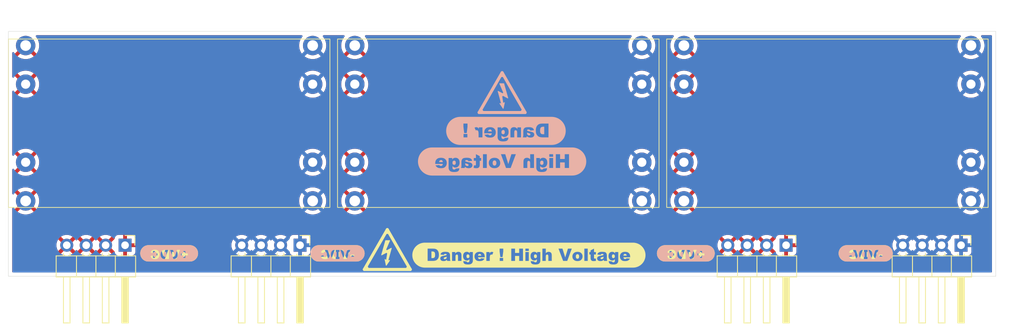
<source format=kicad_pcb>
(kicad_pcb (version 20241229) (generator "pcbnew") (generator_version "9.0")
  (layers (0 "F.Cu" signal) (2 "B.Cu" signal) (13 "F.Paste" user) (15 "B.Paste" user) (5 "F.SilkS" user "F.Silkscreen") (7 "B.SilkS" user "B.Silkscreen") (1 "F.Mask" user) (3 "B.Mask" user) (25 "Edge.Cuts" user))
  (net 0 "")
  (net 1 "/VDC+")
  (net 2 "/VDC-")
  (footprint "Footprints:40uF_film" (layer "F.Cu") (at 84 30)
    (property "Reference" "C2" (hide yes))
    (property "Value" "40uF")
    (pad "1" thru_hole circle (at -18.75 -10.15) (size 2.54 2.54) (drill 1.4) (layers "*.Cu" "*.Mask") (net 1 "/VDC+"))
    (pad "1" thru_hole circle (at -18.75 -5.1) (size 2.54 2.54) (drill 1.2) (layers "*.Cu" "*.Mask") (net 1 "/VDC+"))
    (pad "1" thru_hole circle (at -18.75 5.1) (size 2.54 2.54) (drill 1.2) (layers "*.Cu" "*.Mask") (net 1 "/VDC+"))
    (pad "1" thru_hole circle (at -18.75 10.15) (size 2.54 2.54) (drill 1.4) (layers "*.Cu" "*.Mask") (net 1 "/VDC+"))
    (pad "2" thru_hole circle (at 18.75 -10.15) (size 2.54 2.54) (drill 1.4) (layers "*.Cu" "*.Mask") (net 2 "/VDC-"))
    (pad "2" thru_hole circle (at 18.75 -5.1) (size 2.54 2.54) (drill 1.2) (layers "*.Cu" "*.Mask") (net 2 "/VDC-"))
    (pad "2" thru_hole circle (at 18.75 5.1) (size 2.54 2.54) (drill 1.2) (layers "*.Cu" "*.Mask") (net 2 "/VDC-"))
    (pad "2" thru_hole circle (at 18.75 10.15) (size 2.54 2.54) (drill 1.4) (layers "*.Cu" "*.Mask") (net 2 "/VDC-"))
  )
  (footprint "Connector_PinHeader_2.54mm:PinHeader_1x04_P2.54mm_Horizontal" (layer "F.Cu") (at 35.24 45.936 -90)
    (property "Reference" "J102" (hide yes))
    (property "Value" "Conn_01x04")
    (pad "1" thru_hole rect (at 0 0 270) (size 1.7 1.7) (drill 1) (layers "*.Cu" "*.Mask") (net 1 "/VDC+"))
    (pad "2" thru_hole circle (at 0 2.54 270) (size 1.7 1.7) (drill 1) (layers "*.Cu" "*.Mask") (net 1 "/VDC+"))
    (pad "3" thru_hole circle (at 0 5.08 270) (size 1.7 1.7) (drill 1) (layers "*.Cu" "*.Mask") (net 1 "/VDC+"))
    (pad "4" thru_hole circle (at 0 7.62 270) (size 1.7 1.7) (drill 1) (layers "*.Cu" "*.Mask") (net 1 "/VDC+"))
  )
  (footprint "kibuzzard-696561C2" (layer "F.Cu") (at 88 47.233288)
    (property "Reference" "kibuzzard-696561C2" (hide yes))
    (property "Value" "G***" (hide yes))
  )
  (footprint "Connector_PinHeader_2.54mm:PinHeader_1x04_P2.54mm_Horizontal" (layer "F.Cu") (at 121.6 45.936 -90)
    (property "Reference" "J101" (hide yes))
    (property "Value" "Conn_01x04")
    (pad "1" thru_hole rect (at 0 0 270) (size 1.7 1.7) (drill 1) (layers "*.Cu" "*.Mask") (net 1 "/VDC+"))
    (pad "2" thru_hole circle (at 0 2.54 270) (size 1.7 1.7) (drill 1) (layers "*.Cu" "*.Mask") (net 1 "/VDC+"))
    (pad "3" thru_hole circle (at 0 5.08 270) (size 1.7 1.7) (drill 1) (layers "*.Cu" "*.Mask") (net 1 "/VDC+"))
    (pad "4" thru_hole circle (at 0 7.62 270) (size 1.7 1.7) (drill 1) (layers "*.Cu" "*.Mask") (net 1 "/VDC+"))
  )
  (footprint "Footprints:40uF_film" (layer "F.Cu") (at 41 30)
    (property "Reference" "C1" (hide yes))
    (property "Value" "40uF")
    (pad "1" thru_hole circle (at -18.75 -10.15) (size 2.54 2.54) (drill 1.4) (layers "*.Cu" "*.Mask") (net 1 "/VDC+"))
    (pad "1" thru_hole circle (at -18.75 -5.1) (size 2.54 2.54) (drill 1.2) (layers "*.Cu" "*.Mask") (net 1 "/VDC+"))
    (pad "1" thru_hole circle (at -18.75 5.1) (size 2.54 2.54) (drill 1.2) (layers "*.Cu" "*.Mask") (net 1 "/VDC+"))
    (pad "1" thru_hole circle (at -18.75 10.15) (size 2.54 2.54) (drill 1.4) (layers "*.Cu" "*.Mask") (net 1 "/VDC+"))
    (pad "2" thru_hole circle (at 18.75 -10.15) (size 2.54 2.54) (drill 1.4) (layers "*.Cu" "*.Mask") (net 2 "/VDC-"))
    (pad "2" thru_hole circle (at 18.75 -5.1) (size 2.54 2.54) (drill 1.2) (layers "*.Cu" "*.Mask") (net 2 "/VDC-"))
    (pad "2" thru_hole circle (at 18.75 5.1) (size 2.54 2.54) (drill 1.2) (layers "*.Cu" "*.Mask") (net 2 "/VDC-"))
    (pad "2" thru_hole circle (at 18.75 10.15) (size 2.54 2.54) (drill 1.4) (layers "*.Cu" "*.Mask") (net 2 "/VDC-"))
  )
  (footprint "kibuzzard-69656160" (layer "F.Cu") (at 41 47)
    (property "Reference" "kibuzzard-69656160" (hide yes))
    (property "Value" "G***" (hide yes))
  )
  (footprint "Footprints:Symbol_HighVoltage_Triangle_6x6mm_Copper" (layer "F.Cu") (at 69.5 46.5)
    (property "Reference" "REF**" (hide yes))
    (property "Value" "Symbol_HighVoltage_Triangle_6x6mm_Copper" (hide yes))
  )
  (footprint "Connector_PinHeader_2.54mm:PinHeader_1x04_P2.54mm_Horizontal" (layer "F.Cu") (at 58.1 45.936 -90)
    (property "Reference" "J103" (hide yes))
    (property "Value" "Conn_01x04")
    (pad "1" thru_hole rect (at 0 0 270) (size 1.7 1.7) (drill 1) (layers "*.Cu" "*.Mask") (net 2 "/VDC-"))
    (pad "2" thru_hole circle (at 0 2.54 270) (size 1.7 1.7) (drill 1) (layers "*.Cu" "*.Mask") (net 2 "/VDC-"))
    (pad "3" thru_hole circle (at 0 5.08 270) (size 1.7 1.7) (drill 1) (layers "*.Cu" "*.Mask") (net 2 "/VDC-"))
    (pad "4" thru_hole circle (at 0 7.62 270) (size 1.7 1.7) (drill 1) (layers "*.Cu" "*.Mask") (net 2 "/VDC-"))
  )
  (footprint "Connector_PinHeader_2.54mm:PinHeader_1x04_P2.54mm_Horizontal" (layer "F.Cu") (at 144.46 45.936 -90)
    (property "Reference" "J104" (hide yes))
    (property "Value" "Conn_01x04")
    (pad "1" thru_hole rect (at 0 0 270) (size 1.7 1.7) (drill 1) (layers "*.Cu" "*.Mask") (net 2 "/VDC-"))
    (pad "2" thru_hole circle (at 0 2.54 270) (size 1.7 1.7) (drill 1) (layers "*.Cu" "*.Mask") (net 2 "/VDC-"))
    (pad "3" thru_hole circle (at 0 5.08 270) (size 1.7 1.7) (drill 1) (layers "*.Cu" "*.Mask") (net 2 "/VDC-"))
    (pad "4" thru_hole circle (at 0 7.62 270) (size 1.7 1.7) (drill 1) (layers "*.Cu" "*.Mask") (net 2 "/VDC-"))
  )
  (footprint "kibuzzard-6965618E" (layer "F.Cu") (at 132 47)
    (property "Reference" "kibuzzard-6965618E" (hide yes))
    (property "Value" "G***" (hide yes))
  )
  (footprint "kibuzzard-69656174" (layer "F.Cu") (at 63 47)
    (property "Reference" "kibuzzard-69656174" (hide yes))
    (property "Value" "G***" (hide yes))
  )
  (footprint "kibuzzard-69656181" (layer "F.Cu") (at 108.5 47)
    (property "Reference" "kibuzzard-69656181" (hide yes))
    (property "Value" "G***" (hide yes))
  )
  (footprint "Footprints:40uF_film" (layer "F.Cu") (at 127 30)
    (property "Reference" "C3" (hide yes))
    (property "Value" "40uF")
    (pad "1" thru_hole circle (at -18.75 -10.15) (size 2.54 2.54) (drill 1.4) (layers "*.Cu" "*.Mask") (net 1 "/VDC+"))
    (pad "1" thru_hole circle (at -18.75 -5.1) (size 2.54 2.54) (drill 1.2) (layers "*.Cu" "*.Mask") (net 1 "/VDC+"))
    (pad "1" thru_hole circle (at -18.75 5.1) (size 2.54 2.54) (drill 1.2) (layers "*.Cu" "*.Mask") (net 1 "/VDC+"))
    (pad "1" thru_hole circle (at -18.75 10.15) (size 2.54 2.54) (drill 1.4) (layers "*.Cu" "*.Mask") (net 1 "/VDC+"))
    (pad "2" thru_hole circle (at 18.75 -10.15) (size 2.54 2.54) (drill 1.4) (layers "*.Cu" "*.Mask") (net 2 "/VDC-"))
    (pad "2" thru_hole circle (at 18.75 -5.1) (size 2.54 2.54) (drill 1.2) (layers "*.Cu" "*.Mask") (net 2 "/VDC-"))
    (pad "2" thru_hole circle (at 18.75 5.1) (size 2.54 2.54) (drill 1.2) (layers "*.Cu" "*.Mask") (net 2 "/VDC-"))
    (pad "2" thru_hole circle (at 18.75 10.15) (size 2.54 2.54) (drill 1.4) (layers "*.Cu" "*.Mask") (net 2 "/VDC-"))
  )
  (footprint "Footprints:Symbol_HighVoltage_Triangle_6x6mm_Copper" (layer "B.Cu") (at 84.5 26 180)
    (property "Reference" "REF**" (hide yes))
    (property "Value" "Symbol_HighVoltage_Triangle_6x6mm_Copper" (hide yes))
  )
  (footprint "kibuzzard-69656160" (layer "B.Cu") (at 41 47 180)
    (property "Reference" "kibuzzard-69656160" (hide yes))
    (property "Value" "G***" (hide yes))
  )
  (footprint "kibuzzard-69656174" (layer "B.Cu") (at 63 47 180)
    (property "Reference" "kibuzzard-69656174" (hide yes))
    (property "Value" "G***" (hide yes))
  )
  (footprint "kibuzzard-6965618E" (layer "B.Cu") (at 132 47 180)
    (property "Reference" "kibuzzard-6965618E" (hide yes))
    (property "Value" "G***" (hide yes))
  )
  (footprint "kibuzzard-6965612A" (layer "B.Cu") (at 84.5 35 180)
    (property "Reference" "kibuzzard-6965612A" (hide yes))
    (property "Value" "G***" (hide yes))
  )
  (footprint "kibuzzard-69656115" (layer "B.Cu") (at 85 31 180)
    (property "Reference" "kibuzzard-69656115" (hide yes))
    (property "Value" "G***" (hide yes))
  )
  (footprint "kibuzzard-69656181" (layer "B.Cu") (at 108.5 47 180)
    (property "Reference" "kibuzzard-69656181" (hide yes))
    (property "Value" "G***" (hide yes))
  )
  (gr_rect (start 20 18) (end 149 50) (stroke (width 0.05)) (fill no) (layer "Edge.Cuts"))
  (zone (net 1) (net_name "/VDC+") (layer "F.Cu") (connect_pads (clearance 0.5)) (min_thickness 0.25) (fill yes (thermal_gap 0.5) (thermal_bridge_width 0.5))
    (polygon (pts (xy 18.9 15.8) (xy 149.6 15.8) (xy 149.6 52.3) (xy 18.9 52.3)))
  )
  (zone (net 2) (net_name "/VDC-") (layer "B.Cu") (connect_pads (clearance 0.5)) (min_thickness 0.25) (fill yes (thermal_gap 0.5) (thermal_bridge_width 0.5))
    (polygon (pts (xy 19 13.9) (xy 152.7 13.9) (xy 152.7 52.2) (xy 19 52.2)))
  )
)
</source>
